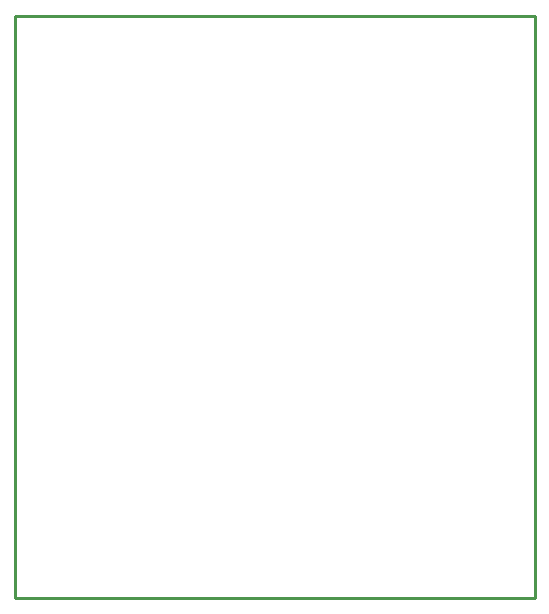
<source format=gko>
G04 Layer: BoardOutline*
G04 EasyEDA v6.3.22, 2020-01-09T12:31:20+05:30*
G04 bd4f618bde3a4eb5865f35d396bc4457,11778fa6cc0c40cc9ad434e143376f4a,10*
G04 Gerber Generator version 0.2*
G04 Scale: 100 percent, Rotated: No, Reflected: No *
G04 Dimensions in inches *
G04 leading zeros omitted , absolute positions ,2 integer and 4 decimal *
%FSLAX24Y24*%
%MOIN*%
G90*
G70D02*

%ADD10C,0.010000*%
G54D10*
G01X0Y19400D02*
G01X17350Y19400D01*
G01X17350Y0D01*
G01X0Y0D01*
G01X0Y0D02*
G01X0Y19400D01*

%LPD*%
M00*
M02*

</source>
